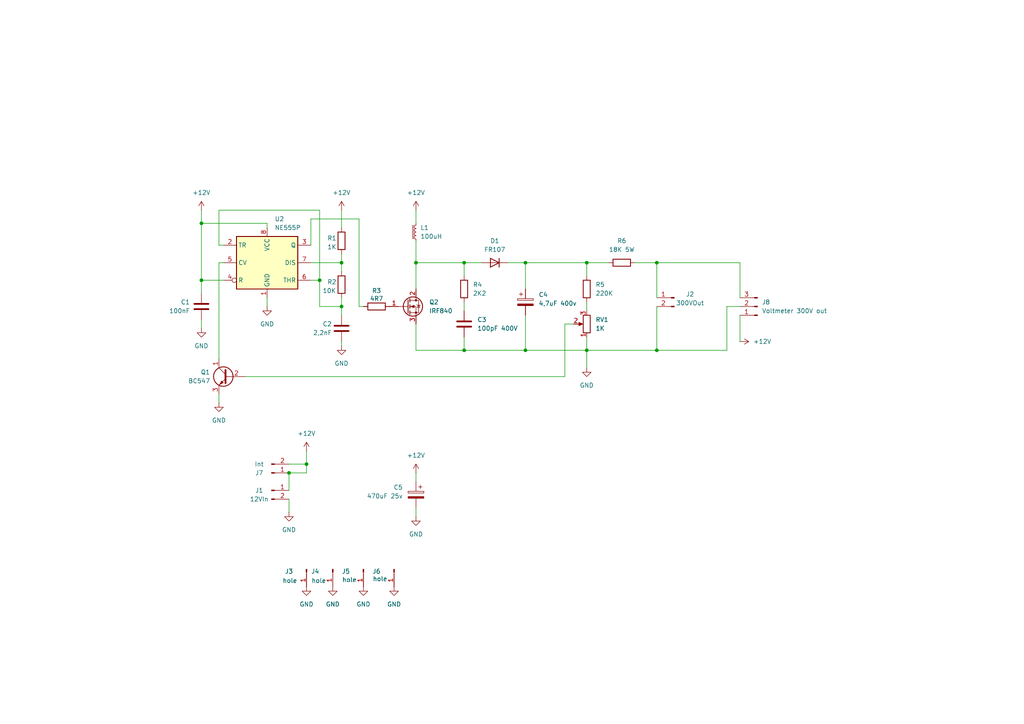
<source format=kicad_sch>
(kicad_sch (version 20231120) (generator "eeschema") (generator_version "8.0")
  (paper "A4")
  (lib_symbols
    (symbol "Connector:Conn_01x01_Pin" (pin_names (offset 1.016) hide)
      (property "Reference" "J" (at 0 2.54 0))
      (property "Value" "Conn_01x01_Pin" (at 0 -2.54 0))
      (symbol "Conn_01x01_Pin_1_1"
        (polyline (pts (xy 1.27 0) (xy 0.8636 0)) (stroke (width 0.1524)))
        (rectangle (start 0.8636 0.127) (end 0 -0.127) (stroke (width 0.1524)) (fill (type outline)))
        (pin passive line (at 5.08 0 180) (length 3.81) (name "Pin_1") (number "1"))
      )
    )
    (symbol "Connector:Conn_01x02_Pin" (pin_names (offset 1.016) hide)
      (property "Reference" "J" (at 0 2.54 0))
      (property "Value" "Conn_01x02_Pin" (at 0 -5.08 0))
      (symbol "Conn_01x02_Pin_1_1"
        (polyline (pts (xy 1.27 -2.54) (xy 0.8636 -2.54)) (stroke (width 0.1524)))
        (polyline (pts (xy 1.27 0) (xy 0.8636 0)) (stroke (width 0.1524)))
        (rectangle (start 0.8636 -2.413) (end 0 -2.667) (stroke (width 0.1524)) (fill (type outline)))
        (rectangle (start 0.8636 0.127) (end 0 -0.127) (stroke (width 0.1524)) (fill (type outline)))
        (pin passive line (at 5.08 0 180) (length 3.81) (name "Pin_1") (number "1"))
        (pin passive line (at 5.08 -2.54 180) (length 3.81) (name "Pin_2") (number "2"))
      )
    )
    (symbol "Connector:Conn_01x03_Pin" (pin_names (offset 1.016) hide)
      (property "Reference" "J" (at 0 5.08 0))
      (property "Value" "Conn_01x03_Pin" (at 0 -5.08 0))
      (symbol "Conn_01x03_Pin_1_1"
        (polyline (pts (xy 1.27 -2.54) (xy 0.8636 -2.54)) (stroke (width 0.1524)))
        (polyline (pts (xy 1.27 0) (xy 0.8636 0)) (stroke (width 0.1524)))
        (polyline (pts (xy 1.27 2.54) (xy 0.8636 2.54)) (stroke (width 0.1524)))
        (rectangle (start 0.8636 -2.413) (end 0 -2.667) (stroke (width 0.1524)) (fill (type outline)))
        (rectangle (start 0.8636 0.127) (end 0 -0.127) (stroke (width 0.1524)) (fill (type outline)))
        (rectangle (start 0.8636 2.667) (end 0 2.413) (stroke (width 0.1524)) (fill (type outline)))
        (pin passive line (at 5.08 2.54 180) (length 3.81) (name "Pin_1") (number "1"))
        (pin passive line (at 5.08 0 180) (length 3.81) (name "Pin_2") (number "2"))
        (pin passive line (at 5.08 -2.54 180) (length 3.81) (name "Pin_3") (number "3"))
      )
    )
    (symbol "Device:C" (pin_numbers hide) (pin_names (offset 0.254))
      (property "Reference" "C" (at 0.635 2.54 0))
      (property "Value" "C" (at 0.635 -2.54 0))
      (symbol "C_0_1"
        (polyline (pts (xy -2.032 -0.762) (xy 2.032 -0.762)) (stroke (width 0.508)))
        (polyline (pts (xy -2.032 0.762) (xy 2.032 0.762)) (stroke (width 0.508)))
      )
      (symbol "C_1_1"
        (pin passive line (at 0 3.81 270) (length 2.794) (name "~") (number "1"))
        (pin passive line (at 0 -3.81 90) (length 2.794) (name "~") (number "2"))
      )
    )
    (symbol "Device:C_Polarized" (pin_numbers hide) (pin_names (offset 0.254))
      (property "Reference" "C" (at 0.635 2.54 0))
      (property "Value" "C_Polarized" (at 0.635 -2.54 0))
      (symbol "C_Polarized_0_1"
        (rectangle (start -2.286 0.508) (end 2.286 1.016))
        (polyline (pts (xy -1.778 2.286) (xy -0.762 2.286)))
        (polyline (pts (xy -1.27 2.794) (xy -1.27 1.778)))
        (rectangle (start 2.286 -0.508) (end -2.286 -1.016) (fill (type outline)))
      )
      (symbol "C_Polarized_1_1"
        (pin passive line (at 0 3.81 270) (length 2.794) (name "~") (number "1"))
        (pin passive line (at 0 -3.81 90) (length 2.794) (name "~") (number "2"))
      )
    )
    (symbol "Device:D" (pin_numbers hide) (pin_names (offset 1.016) hide)
      (property "Reference" "D" (at 0 2.54 0))
      (property "Value" "D" (at 0 -2.54 0))
      (symbol "D_0_1"
        (polyline (pts (xy -1.27 1.27) (xy -1.27 -1.27)) (stroke (width 0.254)))
        (polyline (pts (xy 1.27 0) (xy -1.27 0)))
        (polyline (pts (xy 1.27 1.27) (xy 1.27 -1.27) (xy -1.27 0) (xy 1.27 1.27)) (stroke (width 0.254)))
      )
      (symbol "D_1_1"
        (pin passive line (at -3.81 0 0) (length 2.54) (name "K") (number "1"))
        (pin passive line (at 3.81 0 180) (length 2.54) (name "A") (number "2"))
      )
    )
    (symbol "Device:L_Ferrite_Small" (pin_numbers hide) (pin_names (offset 0.254) hide)
      (property "Reference" "L" (at 1.27 1.016 0))
      (property "Value" "L_Ferrite_Small" (at 1.27 -1.27 0))
      (symbol "L_Ferrite_Small_0_1"
        (arc (start 0 -2.032) (mid 0.5058 -1.524) (end 0 -1.016))
        (arc (start 0 -1.016) (mid 0.5058 -0.508) (end 0 0))
        (polyline (pts (xy 0.762 -1.905) (xy 0.762 -1.651)))
        (polyline (pts (xy 0.762 -1.397) (xy 0.762 -1.143)))
        (polyline (pts (xy 0.762 -0.889) (xy 0.762 -0.635)))
        (polyline (pts (xy 0.762 -0.381) (xy 0.762 -0.127)))
        (polyline (pts (xy 0.762 0.127) (xy 0.762 0.381)))
        (polyline (pts (xy 0.762 0.635) (xy 0.762 0.889)))
        (polyline (pts (xy 0.762 1.143) (xy 0.762 1.397)))
        (polyline (pts (xy 0.762 1.651) (xy 0.762 1.905)))
        (polyline (pts (xy 1.016 -1.651) (xy 1.016 -1.905)))
        (polyline (pts (xy 1.016 -1.143) (xy 1.016 -1.397)))
        (polyline (pts (xy 1.016 -0.635) (xy 1.016 -0.889)))
        (polyline (pts (xy 1.016 -0.127) (xy 1.016 -0.381)))
        (polyline (pts (xy 1.016 0.381) (xy 1.016 0.127)))
        (polyline (pts (xy 1.016 0.889) (xy 1.016 0.635)))
        (polyline (pts (xy 1.016 1.397) (xy 1.016 1.143)))
        (polyline (pts (xy 1.016 1.905) (xy 1.016 1.651)))
        (arc (start 0 0) (mid 0.5058 0.508) (end 0 1.016))
        (arc (start 0 1.016) (mid 0.5058 1.524) (end 0 2.032))
      )
      (symbol "L_Ferrite_Small_1_1"
        (pin passive line (at 0 2.54 270) (length 0.508) (name "~") (number "1"))
        (pin passive line (at 0 -2.54 90) (length 0.508) (name "~") (number "2"))
      )
    )
    (symbol "Device:R" (pin_numbers hide) (pin_names (offset 0))
      (property "Reference" "R" (at 2.032 0 90))
      (property "Value" "R" (at 0 0 90))
      (symbol "R_0_1"
        (rectangle (start -1.016 -2.54) (end 1.016 2.54) (stroke (width 0.254)))
      )
      (symbol "R_1_1"
        (pin passive line (at 0 3.81 270) (length 1.27) (name "~") (number "1"))
        (pin passive line (at 0 -3.81 90) (length 1.27) (name "~") (number "2"))
      )
    )
    (symbol "Device:R_Potentiometer" (pin_names (offset 1.016) hide)
      (property "Reference" "RV" (at -4.445 0 90))
      (property "Value" "R_Potentiometer" (at -2.54 0 90))
      (symbol "R_Potentiometer_0_1"
        (polyline (pts (xy 2.54 0) (xy 1.524 0)))
        (polyline (pts (xy 1.143 0) (xy 2.286 0.508) (xy 2.286 -0.508) (xy 1.143 0)) (fill (type outline)))
        (rectangle (start 1.016 2.54) (end -1.016 -2.54) (stroke (width 0.254)))
      )
      (symbol "R_Potentiometer_1_1"
        (pin passive line (at 0 3.81 270) (length 1.27) (name "1") (number "1"))
        (pin passive line (at 3.81 0 180) (length 1.27) (name "2") (number "2"))
        (pin passive line (at 0 -3.81 90) (length 1.27) (name "3") (number "3"))
      )
    )
    (symbol "Timer:NE555P"
      (property "Reference" "U" (at -10.16 8.89 0))
      (property "Value" "NE555P" (at 2.54 8.89 0))
      (symbol "NE555P_0_0"
        (pin power_in line (at 0 -10.16 90) (length 2.54) (name "GND") (number "1"))
        (pin power_in line (at 0 10.16 270) (length 2.54) (name "VCC") (number "8"))
      )
      (symbol "NE555P_0_1"
        (rectangle (start -8.89 -7.62) (end 8.89 7.62) (stroke (width 0.254)) (fill (type background)))
        (rectangle (start -8.89 -7.62) (end 8.89 7.62) (stroke (width 0.254)) (fill (type background)))
      )
      (symbol "NE555P_1_1"
        (pin input line (at -12.7 5.08 0) (length 3.81) (name "TR") (number "2"))
        (pin output line (at 12.7 5.08 180) (length 3.81) (name "Q") (number "3"))
        (pin input inverted (at -12.7 -5.08 0) (length 3.81) (name "R") (number "4"))
        (pin input line (at -12.7 0 0) (length 3.81) (name "CV") (number "5"))
        (pin input line (at 12.7 -5.08 180) (length 3.81) (name "THR") (number "6"))
        (pin input line (at 12.7 0 180) (length 3.81) (name "DIS") (number "7"))
      )
    )
    (symbol "Transistor_BJT:BC547" (pin_names (offset 0) hide)
      (property "Reference" "Q" (at 5.08 1.905 0))
      (property "Value" "BC547" (at 5.08 0 0))
      (symbol "BC547_0_1"
        (polyline (pts (xy 0 0) (xy 0.635 0)))
        (polyline (pts (xy 0.635 0.635) (xy 2.54 2.54)))
        (polyline (pts (xy 0.635 -0.635) (xy 2.54 -2.54) (xy 2.54 -2.54)))
        (polyline (pts (xy 0.635 1.905) (xy 0.635 -1.905) (xy 0.635 -1.905)) (stroke (width 0.508)))
        (polyline (pts (xy 1.27 -1.778) (xy 1.778 -1.27) (xy 2.286 -2.286) (xy 1.27 -1.778) (xy 1.27 -1.778)) (fill (type outline)))
        (circle (center 1.27 0) (radius 2.8194) (stroke (width 0.254)))
      )
      (symbol "BC547_1_1"
        (pin passive line (at 2.54 5.08 270) (length 2.54) (name "C") (number "1"))
        (pin input line (at -5.08 0 0) (length 5.08) (name "B") (number "2"))
        (pin passive line (at 2.54 -5.08 90) (length 2.54) (name "E") (number "3"))
      )
    )
    (symbol "Transistor_FET:IRF740" (pin_names hide)
      (property "Reference" "Q" (at 5.08 1.905 0))
      (property "Value" "IRF740" (at 5.08 0 0))
      (symbol "IRF740_0_1"
        (polyline (pts (xy 0.254 0) (xy -2.54 0)))
        (polyline (pts (xy 0.254 1.905) (xy 0.254 -1.905)) (stroke (width 0.254)))
        (polyline (pts (xy 0.762 -1.27) (xy 0.762 -2.286)) (stroke (width 0.254)))
        (polyline (pts (xy 0.762 0.508) (xy 0.762 -0.508)) (stroke (width 0.254)))
        (polyline (pts (xy 0.762 2.286) (xy 0.762 1.27)) (stroke (width 0.254)))
        (polyline (pts (xy 2.54 2.54) (xy 2.54 1.778)))
        (polyline (pts (xy 2.54 -2.54) (xy 2.54 0) (xy 0.762 0)))
        (polyline (pts (xy 0.762 -1.778) (xy 3.302 -1.778) (xy 3.302 1.778) (xy 0.762 1.778)))
        (polyline (pts (xy 1.016 0) (xy 2.032 0.381) (xy 2.032 -0.381) (xy 1.016 0)) (fill (type outline)))
        (polyline (pts (xy 2.794 0.508) (xy 2.921 0.381) (xy 3.683 0.381) (xy 3.81 0.254)))
        (polyline (pts (xy 3.302 0.381) (xy 2.921 -0.254) (xy 3.683 -0.254) (xy 3.302 0.381)))
        (circle (center 1.651 0) (radius 2.794) (stroke (width 0.254)))
        (circle (center 2.54 -1.778) (radius 0.254) (fill (type outline)))
        (circle (center 2.54 1.778) (radius 0.254) (fill (type outline)))
      )
      (symbol "IRF740_1_1"
        (pin input line (at -5.08 0 0) (length 2.54) (name "G") (number "1"))
        (pin passive line (at 2.54 5.08 270) (length 2.54) (name "D") (number "2"))
        (pin passive line (at 2.54 -5.08 90) (length 2.54) (name "S") (number "3"))
      )
    )
    (symbol "power:+12V" (power) (pin_numbers hide) (pin_names (offset 0) hide)
      (property "Value" "+12V" (at 0 3.556 0))
      (symbol "+12V_0_1"
        (polyline (pts (xy -0.762 1.27) (xy 0 2.54)))
        (polyline (pts (xy 0 0) (xy 0 2.54)))
        (polyline (pts (xy 0 2.54) (xy 0.762 1.27)))
      )
      (symbol "+12V_1_1"
        (pin power_in line (at 0 0 90) (length 0) (name "~") (number "1"))
      )
    )
    (symbol "power:GND" (power) (pin_numbers hide) (pin_names (offset 0) hide)
      (property "Value" "GND" (at 0 -3.81 0))
      (symbol "GND_0_1"
        (polyline (pts (xy 0 0) (xy 0 -1.27) (xy 1.27 -1.27) (xy 0 -2.54) (xy -1.27 -1.27) (xy 0 -1.27)))
      )
      (symbol "GND_1_1"
        (pin power_in line (at 0 0 270) (length 0) (name "~") (number "1"))
      )
    )
  )
  (junction (at 83.82 137.16))
  (junction (at 170.18 76.2))
  (junction (at 190.5 101.6))
  (junction (at 99.06 88.9))
  (junction (at 190.5 76.2))
  (junction (at 92.71 81.28))
  (junction (at 134.62 101.6))
  (junction (at 152.4 76.2))
  (junction (at 120.65 76.2))
  (junction (at 152.4 101.6))
  (junction (at 99.06 76.2))
  (junction (at 58.42 81.28))
  (junction (at 170.18 101.6))
  (junction (at 58.42 64.77))
  (junction (at 88.9 134.62))
  (junction (at 134.62 76.2))
  (wire (pts (xy 190.5 76.2) (xy 214.63 76.2)))
  (wire (pts (xy 120.65 137.16) (xy 120.65 139.7)))
  (wire (pts (xy 63.5 71.12) (xy 64.77 71.12)))
  (wire (pts (xy 104.14 63.5) (xy 104.14 88.9)))
  (wire (pts (xy 170.18 76.2) (xy 176.53 76.2)))
  (wire (pts (xy 134.62 101.6) (xy 120.65 101.6)))
  (wire (pts (xy 77.47 64.77) (xy 58.42 64.77)))
  (wire (pts (xy 120.65 147.32) (xy 120.65 149.86)))
  (wire (pts (xy 71.12 109.22) (xy 163.83 109.22)))
  (wire (pts (xy 58.42 64.77) (xy 58.42 81.28)))
  (wire (pts (xy 90.17 63.5) (xy 104.14 63.5)))
  (wire (pts (xy 152.4 76.2) (xy 152.4 83.82)))
  (wire (pts (xy 190.5 88.9) (xy 190.5 101.6)))
  (wire (pts (xy 77.47 64.77) (xy 77.47 66.04)))
  (wire (pts (xy 92.71 81.28) (xy 92.71 88.9)))
  (wire (pts (xy 90.17 76.2) (xy 99.06 76.2)))
  (wire (pts (xy 99.06 60.96) (xy 99.06 66.04)))
  (wire (pts (xy 58.42 92.71) (xy 58.42 95.25)))
  (wire (pts (xy 99.06 88.9) (xy 99.06 91.44)))
  (wire (pts (xy 120.65 76.2) (xy 134.62 76.2)))
  (wire (pts (xy 190.5 101.6) (xy 170.18 101.6)))
  (wire (pts (xy 83.82 144.78) (xy 83.82 148.59)))
  (wire (pts (xy 120.65 76.2) (xy 120.65 83.82)))
  (wire (pts (xy 99.06 73.66) (xy 99.06 76.2)))
  (wire (pts (xy 190.5 76.2) (xy 184.15 76.2)))
  (wire (pts (xy 134.62 76.2) (xy 134.62 80.01)))
  (wire (pts (xy 120.65 60.96) (xy 120.65 64.77)))
  (wire (pts (xy 58.42 60.96) (xy 58.42 64.77)))
  (wire (pts (xy 170.18 76.2) (xy 170.18 80.01)))
  (wire (pts (xy 92.71 88.9) (xy 99.06 88.9)))
  (wire (pts (xy 134.62 97.79) (xy 134.62 101.6)))
  (wire (pts (xy 90.17 81.28) (xy 92.71 81.28)))
  (wire (pts (xy 104.14 88.9) (xy 105.41 88.9)))
  (wire (pts (xy 170.18 106.68) (xy 170.18 101.6)))
  (wire (pts (xy 170.18 87.63) (xy 170.18 90.17)))
  (wire (pts (xy 77.47 86.36) (xy 77.47 88.9)))
  (wire (pts (xy 134.62 87.63) (xy 134.62 90.17)))
  (wire (pts (xy 99.06 99.06) (xy 99.06 100.33)))
  (wire (pts (xy 83.82 134.62) (xy 88.9 134.62)))
  (wire (pts (xy 134.62 76.2) (xy 139.7 76.2)))
  (wire (pts (xy 152.4 91.44) (xy 152.4 101.6)))
  (wire (pts (xy 63.5 60.96) (xy 92.71 60.96)))
  (wire (pts (xy 214.63 76.2) (xy 214.63 86.36)))
  (wire (pts (xy 99.06 86.36) (xy 99.06 88.9)))
  (wire (pts (xy 170.18 97.79) (xy 170.18 101.6)))
  (wire (pts (xy 63.5 114.3) (xy 63.5 116.84)))
  (wire (pts (xy 152.4 101.6) (xy 134.62 101.6)))
  (wire (pts (xy 120.65 93.98) (xy 120.65 101.6)))
  (wire (pts (xy 214.63 88.9) (xy 210.82 88.9)))
  (wire (pts (xy 63.5 76.2) (xy 64.77 76.2)))
  (wire (pts (xy 147.32 76.2) (xy 152.4 76.2)))
  (wire (pts (xy 88.9 134.62) (xy 88.9 137.16)))
  (wire (pts (xy 58.42 81.28) (xy 58.42 85.09)))
  (wire (pts (xy 99.06 76.2) (xy 99.06 78.74)))
  (wire (pts (xy 190.5 101.6) (xy 210.82 101.6)))
  (wire (pts (xy 120.65 69.85) (xy 120.65 76.2)))
  (wire (pts (xy 63.5 76.2) (xy 63.5 104.14)))
  (wire (pts (xy 83.82 137.16) (xy 88.9 137.16)))
  (wire (pts (xy 88.9 134.62) (xy 88.9 130.81)))
  (wire (pts (xy 90.17 71.12) (xy 90.17 63.5)))
  (wire (pts (xy 58.42 81.28) (xy 64.77 81.28)))
  (wire (pts (xy 210.82 88.9) (xy 210.82 101.6)))
  (wire (pts (xy 163.83 93.98) (xy 166.37 93.98)))
  (wire (pts (xy 63.5 71.12) (xy 63.5 60.96)))
  (wire (pts (xy 214.63 91.44) (xy 214.63 99.06)))
  (wire (pts (xy 170.18 101.6) (xy 152.4 101.6)))
  (wire (pts (xy 152.4 76.2) (xy 170.18 76.2)))
  (wire (pts (xy 83.82 137.16) (xy 83.82 142.24)))
  (wire (pts (xy 92.71 60.96) (xy 92.71 81.28)))
  (wire (pts (xy 163.83 109.22) (xy 163.83 93.98)))
  (wire (pts (xy 190.5 76.2) (xy 190.5 86.36)))
  (symbol (lib_id "power:+12V") (at 99.06 60.96 0) (unit 1)
    (property "Reference" "#PWR09" (effects (hide yes)))
    (property "Value" "+12V" (at 99.06 55.88 0))
    (property "Description" "Power symbol creates a global label with name \"+12V\"" (effects (hide yes)))
  )
  (symbol (lib_id "power:GND") (at 96.52 170.18 0) (mirror y) (unit 1)
    (property "Reference" "#PWR07" (effects (hide yes)))
    (property "Value" "GND" (at 96.52 175.26 0))
    (property "Description" "Power symbol creates a global label with name \"GND\" , ground" (effects (hide yes)))
  )
  (symbol (lib_id "power:GND") (at 63.5 116.84 0) (unit 1)
    (property "Reference" "#PWR03" (effects (hide yes)))
    (property "Value" "GND" (at 63.5 121.92 0))
    (property "Description" "Power symbol creates a global label with name \"GND\" , ground" (effects (hide yes)))
  )
  (symbol (lib_id "Connector:Conn_01x02_Pin") (at 78.74 142.24 0) (unit 1)
    (property "Reference" "J1" (at 75.184 142.24 0))
    (property "Value" "12VIn" (at 75.184 144.78 0))
    (property "Footprint" "TerminalBlock:TerminalBlock_bornier-2_P5.08mm" (effects (hide yes)))
    (property "Description" "Generic connector, single row, 01x02, script generated" (effects (hide yes)))
  )
  (symbol (lib_id "Device:C") (at 99.06 95.25 0) (mirror y) (unit 1)
    (property "Reference" "C2" (at 96.266 93.98 0) (effects (justify left)))
    (property "Value" "2,2nF" (at 96.266 96.52 0) (effects (justify left)))
    (property "Footprint" "Capacitor_THT:C_Disc_D4.7mm_W2.5mm_P5.00mm" (effects (hide yes)))
    (property "Description" "Unpolarized capacitor" (effects (hide yes)))
  )
  (symbol (lib_id "Device:C") (at 134.62 93.98 180) (unit 1)
    (property "Reference" "C3" (at 138.43 92.7099 0) (effects (justify right)))
    (property "Value" "100pF 400V" (at 138.43 95.2499 0) (effects (justify right)))
    (property "Footprint" "Capacitor_THT:C_Disc_D7.5mm_W5.0mm_P5.00mm" (effects (hide yes)))
    (property "Description" "Unpolarized capacitor" (effects (hide yes)))
  )
  (symbol (lib_id "power:GND") (at 88.9 170.18 0) (mirror y) (unit 1)
    (property "Reference" "#PWR06" (effects (hide yes)))
    (property "Value" "GND" (at 88.9 175.26 0))
    (property "Description" "Power symbol creates a global label with name \"GND\" , ground" (effects (hide yes)))
  )
  (symbol (lib_id "Transistor_FET:IRF740") (at 118.11 88.9 0) (unit 1)
    (property "Reference" "Q2" (at 124.46 87.6299 0) (effects (justify left)))
    (property "Value" "IRF840" (at 124.46 90.1699 0) (effects (justify left)))
    (property "Footprint" "Package_TO_SOT_THT:TO-220-3_Vertical" (effects (hide yes)))
    (property "Datasheet" "http://www.vishay.com/docs/91054/91054.pdf" (effects (hide yes)))
    (property "Description" "10A Id, 400V Vds, N-Channel Power MOSFET, 500mOhm Rds, TO-220AB" (effects (hide yes)))
  )
  (symbol (lib_id "power:GND") (at 114.3 170.18 0) (mirror y) (unit 1)
    (property "Reference" "#PWR016" (effects (hide yes)))
    (property "Value" "GND" (at 114.3 175.26 0))
    (property "Description" "Power symbol creates a global label with name \"GND\" , ground" (effects (hide yes)))
  )
  (symbol (lib_id "Device:R") (at 180.34 76.2 90) (unit 1)
    (property "Reference" "R6" (at 180.34 69.85 90))
    (property "Value" "18K 5W" (at 180.34 72.39 90))
    (property "Footprint" "Resistor_THT:R_Axial_Power_L25.0mm_W9.0mm_P27.94mm" (effects (hide yes)))
    (property "Description" "Resistor" (effects (hide yes)))
  )
  (symbol (lib_id "Connector:Conn_01x01_Pin") (at 114.3 165.1 270) (unit 1)
    (property "Reference" "J6" (at 109.22 165.735 90))
    (property "Value" "hole" (at 110.236 167.894 90))
    (property "Footprint" "TestPoint:TestPoint_Plated_Hole_D3.0mm" (effects (hide yes)))
    (property "Description" "Generic connector, single row, 01x01, script generated" (effects (hide yes)))
  )
  (symbol (lib_id "Device:R_Potentiometer") (at 170.18 93.98 180) (unit 1)
    (property "Reference" "RV1" (at 172.72 92.7099 0) (effects (justify right)))
    (property "Value" "1K" (at 172.72 95.2499 0) (effects (justify right)))
    (property "Footprint" "Potentiometer_THT:Potentiometer_Runtron_RM-065_Vertical" (effects (hide yes)))
    (property "Description" "Potentiometer" (effects (hide yes)))
  )
  (symbol (lib_id "Connector:Conn_01x01_Pin") (at 88.9 165.1 270) (unit 1)
    (property "Reference" "J3" (at 83.82 165.735 90))
    (property "Value" "hole" (at 84.074 168.402 90))
    (property "Footprint" "TestPoint:TestPoint_Plated_Hole_D3.0mm" (effects (hide yes)))
    (property "Description" "Generic connector, single row, 01x01, script generated" (effects (hide yes)))
  )
  (symbol (lib_id "Device:R") (at 134.62 83.82 0) (unit 1)
    (property "Reference" "R4" (at 137.16 82.5499 0) (effects (justify left)))
    (property "Value" "2K2" (at 137.16 85.0899 0) (effects (justify left)))
    (property "Footprint" "Resistor_THT:R_Axial_DIN0207_L6.3mm_D2.5mm_P10.16mm_Horizontal" (effects (hide yes)))
    (property "Description" "Resistor" (effects (hide yes)))
  )
  (symbol (lib_id "Connector:Conn_01x01_Pin") (at 105.41 165.1 270) (unit 1)
    (property "Reference" "J5" (at 100.33 165.735 90))
    (property "Value" "hole" (at 101.346 168.148 90))
    (property "Footprint" "TestPoint:TestPoint_Plated_Hole_D3.0mm" (effects (hide yes)))
    (property "Description" "Generic connector, single row, 01x01, script generated" (effects (hide yes)))
  )
  (symbol (lib_id "Connector:Conn_01x02_Pin") (at 195.58 86.36 0) (mirror y) (unit 1)
    (property "Reference" "J2" (at 200.152 85.344 0))
    (property "Value" "300VOut" (at 200.152 87.884 0))
    (property "Footprint" "TerminalBlock:TerminalBlock_bornier-2_P5.08mm" (effects (hide yes)))
    (property "Description" "Generic connector, single row, 01x02, script generated" (effects (hide yes)))
  )
  (symbol (lib_id "Device:C") (at 58.42 88.9 0) (mirror y) (unit 1)
    (property "Reference" "C1" (at 55.118 87.63 0) (effects (justify left)))
    (property "Value" "100nF" (at 55.118 90.17 0) (effects (justify left)))
    (property "Footprint" "Capacitor_THT:C_Rect_L7.0mm_W2.5mm_P5.00mm" (effects (hide yes)))
    (property "Description" "Unpolarized capacitor" (effects (hide yes)))
  )
  (symbol (lib_id "Device:C_Polarized") (at 120.65 143.51 0) (mirror y) (unit 1)
    (property "Reference" "C5" (at 116.84 141.3509 0) (effects (justify left)))
    (property "Value" "470uF 25v" (at 116.84 143.8909 0) (effects (justify left)))
    (property "Footprint" "Capacitor_THT:CP_Radial_D10.0mm_P5.00mm" (effects (hide yes)))
    (property "Description" "Polarized capacitor" (effects (hide yes)))
  )
  (symbol (lib_id "Transistor_BJT:BC547") (at 66.04 109.22 0) (mirror y) (unit 1)
    (property "Reference" "Q1" (at 60.96 107.9499 0) (effects (justify left)))
    (property "Value" "BC547" (at 60.96 110.4899 0) (effects (justify left)))
    (property "Footprint" "Package_TO_SOT_THT:TO-92_Inline_Wide" (effects (hide yes)))
    (property "Datasheet" "https://www.onsemi.com/pub/Collateral/BC550-D.pdf" (effects (hide yes)))
    (property "Description" "0.1A Ic, 45V Vce, Small Signal NPN Transistor, TO-92" (effects (hide yes)))
  )
  (symbol (lib_id "power:GND") (at 77.47 88.9 0) (unit 1)
    (property "Reference" "#PWR02" (effects (hide yes)))
    (property "Value" "GND" (at 77.47 93.98 0))
    (property "Description" "Power symbol creates a global label with name \"GND\" , ground" (effects (hide yes)))
  )
  (symbol (lib_id "power:GND") (at 99.06 100.33 0) (unit 1)
    (property "Reference" "#PWR01" (effects (hide yes)))
    (property "Value" "GND" (at 99.06 105.41 0))
    (property "Description" "Power symbol creates a global label with name \"GND\" , ground" (effects (hide yes)))
  )
  (symbol (lib_id "power:+12V") (at 120.65 137.16 0) (mirror y) (unit 1)
    (property "Reference" "#PWR012" (effects (hide yes)))
    (property "Value" "+12V" (at 120.65 132.08 0))
    (property "Description" "Power symbol creates a global label with name \"+12V\"" (effects (hide yes)))
  )
  (symbol (lib_id "Device:C_Polarized") (at 152.4 87.63 0) (unit 1)
    (property "Reference" "C4" (at 156.21 85.4709 0) (effects (justify left)))
    (property "Value" "4,7uF 400v" (at 156.21 88.0109 0) (effects (justify left)))
    (property "Footprint" "Capacitor_THT:CP_Radial_D10.0mm_P3.80mm" (effects (hide yes)))
    (property "Description" "Polarized capacitor" (effects (hide yes)))
  )
  (symbol (lib_id "Connector:Conn_01x03_Pin") (at 219.71 88.9 180) (unit 1)
    (property "Reference" "J8" (at 220.98 87.6299 0) (effects (justify right)))
    (property "Value" "Voltmeter 300V out" (at 220.98 90.1699 0) (effects (justify right)))
    (property "Footprint" "Connector_JST:JST_EH_B3B-EH-A_1x03_P2.50mm_Vertical" (effects (hide yes)))
    (property "Description" "Generic connector, single row, 01x03, script generated" (effects (hide yes)))
  )
  (symbol (lib_id "Connector:Conn_01x01_Pin") (at 96.52 165.1 270) (unit 1)
    (property "Reference" "J4" (at 91.44 165.735 90))
    (property "Value" "hole" (at 92.456 168.402 90))
    (property "Footprint" "TestPoint:TestPoint_Plated_Hole_D3.0mm" (effects (hide yes)))
    (property "Description" "Generic connector, single row, 01x01, script generated" (effects (hide yes)))
  )
  (symbol (lib_id "power:GND") (at 83.82 148.59 0) (mirror y) (unit 1)
    (property "Reference" "#PWR015" (effects (hide yes)))
    (property "Value" "GND" (at 83.82 153.67 0))
    (property "Description" "Power symbol creates a global label with name \"GND\" , ground" (effects (hide yes)))
  )
  (symbol (lib_id "power:+12V") (at 120.65 60.96 0) (unit 1)
    (property "Reference" "#PWR010" (effects (hide yes)))
    (property "Value" "+12V" (at 120.65 55.88 0))
    (property "Description" "Power symbol creates a global label with name \"+12V\"" (effects (hide yes)))
  )
  (symbol (lib_id "power:+12V") (at 58.42 60.96 0) (unit 1)
    (property "Reference" "#PWR05" (effects (hide yes)))
    (property "Value" "+12V" (at 58.42 55.88 0))
    (property "Description" "Power symbol creates a global label with name \"+12V\"" (effects (hide yes)))
  )
  (symbol (lib_id "power:GND") (at 120.65 149.86 0) (mirror y) (unit 1)
    (property "Reference" "#PWR013" (effects (hide yes)))
    (property "Value" "GND" (at 120.65 154.94 0))
    (property "Description" "Power symbol creates a global label with name \"GND\" , ground" (effects (hide yes)))
  )
  (symbol (lib_id "power:+12V") (at 88.9 130.81 0) (mirror y) (unit 1)
    (property "Reference" "#PWR014" (effects (hide yes)))
    (property "Value" "+12V" (at 88.9 125.73 0))
    (property "Description" "Power symbol creates a global label with name \"+12V\"" (effects (hide yes)))
  )
  (symbol (lib_id "Device:R") (at 99.06 69.85 0) (mirror y) (unit 1)
    (property "Reference" "R1" (at 96.266 69.088 0))
    (property "Value" "1K" (at 96.266 71.628 0))
    (property "Footprint" "Resistor_THT:R_Axial_DIN0207_L6.3mm_D2.5mm_P10.16mm_Horizontal" (effects (hide yes)))
    (property "Description" "Resistor" (effects (hide yes)))
  )
  (symbol (lib_id "power:GND") (at 58.42 95.25 0) (unit 1)
    (property "Reference" "#PWR04" (effects (hide yes)))
    (property "Value" "GND" (at 58.42 100.33 0))
    (property "Description" "Power symbol creates a global label with name \"GND\" , ground" (effects (hide yes)))
  )
  (symbol (lib_id "Timer:NE555P") (at 77.47 76.2 0) (unit 1)
    (property "Reference" "U2" (at 79.6641 63.5 0) (effects (justify left)))
    (property "Value" "NE555P" (at 79.6641 66.04 0) (effects (justify left)))
    (property "Footprint" "Package_DIP:DIP-8_W7.62mm" (effects (hide yes)))
    (property "Datasheet" "http://www.ti.com/lit/ds/symlink/ne555.pdf" (effects (hide yes)))
    (property "Description" "Precision Timers, 555 compatible,  PDIP-8" (effects (hide yes)))
  )
  (symbol (lib_id "Device:D") (at 143.51 76.2 180) (unit 1)
    (property "Reference" "D1" (at 143.51 69.85 0))
    (property "Value" "FR107" (at 143.51 72.39 0))
    (property "Footprint" "Diode_THT:D_DO-41_SOD81_P10.16mm_Horizontal" (effects (hide yes)))
    (property "Description" "Diode" (effects (hide yes)))
    (property "Sim.Device" "D" (effects (hide yes)))
    (property "Sim.Pins" "1=K 2=A" (effects (hide yes)))
  )
  (symbol (lib_id "power:GND") (at 105.41 170.18 0) (mirror y) (unit 1)
    (property "Reference" "#PWR08" (effects (hide yes)))
    (property "Value" "GND" (at 105.41 175.26 0))
    (property "Description" "Power symbol creates a global label with name \"GND\" , ground" (effects (hide yes)))
  )
  (symbol (lib_id "power:+12V") (at 214.63 99.06 270) (mirror x) (unit 1)
    (property "Reference" "#PWR017" (effects (hide yes)))
    (property "Value" "+12V" (at 218.44 99.0599 90) (effects (justify left)))
    (property "Description" "Power symbol creates a global label with name \"+12V\"" (effects (hide yes)))
  )
  (symbol (lib_id "Device:L_Ferrite_Small") (at 120.65 67.31 180) (unit 1)
    (property "Reference" "L1" (at 121.92 66.0399 0) (effects (justify right)))
    (property "Value" "100uH" (at 121.92 68.5799 0) (effects (justify right)))
    (property "Footprint" "Inductor_THT:L_Toroid_Vertical_L21.6mm_W8.4mm_P8.38mm_Pulse_G" (effects (hide yes)))
    (property "Description" "Inductor with ferrite core, small symbol" (effects (hide yes)))
  )
  (symbol (lib_id "Device:R") (at 109.22 88.9 90) (unit 1)
    (property "Reference" "R3" (at 109.22 84.328 90))
    (property "Value" "4R7" (at 109.22 86.614 90))
    (property "Footprint" "Resistor_THT:R_Axial_DIN0207_L6.3mm_D2.5mm_P10.16mm_Horizontal" (effects (hide yes)))
    (property "Description" "Resistor" (effects (hide yes)))
  )
  (symbol (lib_id "Connector:Conn_01x02_Pin") (at 78.74 137.16 0) (mirror x) (unit 1)
    (property "Reference" "J7" (at 75.184 137.16 0))
    (property "Value" "Int" (at 75.184 134.62 0))
    (property "Footprint" "TestPoint:TestPoint_Bridge_Pitch2.54mm_Drill0.7mm" (effects (hide yes)))
    (property "Description" "Generic connector, single row, 01x02, script generated" (effects (hide yes)))
  )
  (symbol (lib_id "power:GND") (at 170.18 106.68 0) (unit 1)
    (property "Reference" "#PWR011" (effects (hide yes)))
    (property "Value" "GND" (at 170.18 111.76 0))
    (property "Description" "Power symbol creates a global label with name \"GND\" , ground" (effects (hide yes)))
  )
  (symbol (lib_id "Device:R") (at 170.18 83.82 180) (unit 1)
    (property "Reference" "R5" (at 172.72 82.5499 0) (effects (justify right)))
    (property "Value" "220K" (at 172.72 85.0899 0) (effects (justify right)))
    (property "Footprint" "Resistor_THT:R_Axial_DIN0207_L6.3mm_D2.5mm_P10.16mm_Horizontal" (effects (hide yes)))
    (property "Description" "Resistor" (effects (hide yes)))
  )
  (symbol (lib_id "Device:R") (at 99.06 82.55 0) (mirror x) (unit 1)
    (property "Reference" "R2" (at 96.266 81.788 0))
    (property "Value" "10K" (at 95.504 84.328 0))
    (property "Footprint" "Resistor_THT:R_Axial_DIN0207_L6.3mm_D2.5mm_P10.16mm_Horizontal" (effects (hide yes)))
    (property "Description" "Resistor" (effects (hide yes)))
  )
)
</source>
